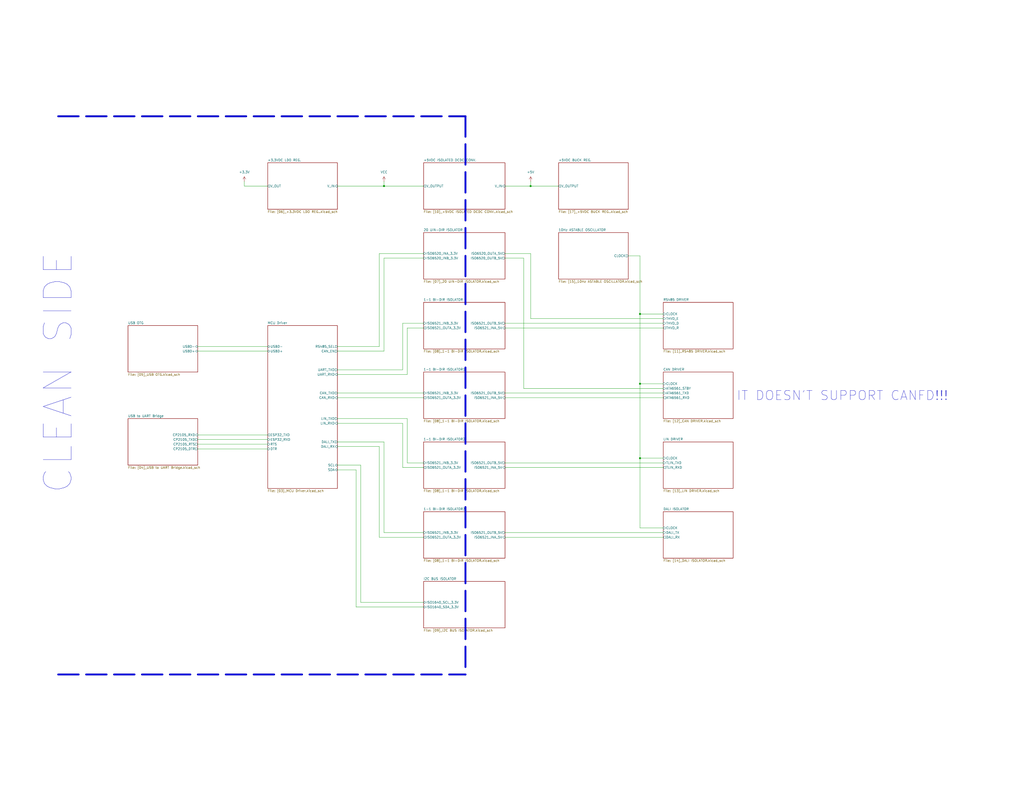
<source format=kicad_sch>
(kicad_sch (version 20231120) (generator "eeschema") (generator_version "8.0")
  (paper "C")
  (title_block (comment 2 "RELEASED"))
  (lib_symbols
    (symbol "power:+3.3V" (power) (pin_numbers hide) (pin_names (offset 0) hide)
      (property "Value" "+3.3V" (at 0 3.556 0))
      (symbol "+3.3V_0_1"
        (polyline (pts (xy -0.762 1.27) (xy 0 2.54)))
        (polyline (pts (xy 0 0) (xy 0 2.54)))
        (polyline (pts (xy 0 2.54) (xy 0.762 1.27)))
      )
      (symbol "+3.3V_1_1"
        (pin power_in line (at 0 0 90) (length 0) (name "~") (number "1"))
      )
    )
    (symbol "power:+5V" (power) (pin_numbers hide) (pin_names (offset 0) hide)
      (property "Value" "+5V" (at 0 3.556 0))
      (symbol "+5V_0_1"
        (polyline (pts (xy -0.762 1.27) (xy 0 2.54)))
        (polyline (pts (xy 0 0) (xy 0 2.54)))
        (polyline (pts (xy 0 2.54) (xy 0.762 1.27)))
      )
      (symbol "+5V_1_1"
        (pin power_in line (at 0 0 90) (length 0) (name "~") (number "1"))
      )
    )
    (symbol "power:VCC" (power) (pin_numbers hide) (pin_names (offset 0) hide)
      (property "Value" "VCC" (at 0 3.556 0))
      (symbol "VCC_0_1"
        (polyline (pts (xy -0.762 1.27) (xy 0 2.54)))
        (polyline (pts (xy 0 0) (xy 0 2.54)))
        (polyline (pts (xy 0 2.54) (xy 0.762 1.27)))
      )
      (symbol "VCC_1_1"
        (pin power_in line (at 0 0 90) (length 0) (name "~") (number "1"))
      )
    )
  )
  (junction (at 349.25 209.55))
  (junction (at 209.55 101.6))
  (junction (at 349.25 250.19))
  (junction (at 289.56 101.6))
  (junction (at 349.25 171.45))
  (wire (pts (xy 196.85 328.93) (xy 231.14 328.93)))
  (wire (pts (xy 184.15 204.47) (xy 222.25 204.47)))
  (wire (pts (xy 275.59 214.63) (xy 361.95 214.63)))
  (wire (pts (xy 289.56 99.06) (xy 289.56 101.6)))
  (wire (pts (xy 219.71 231.14) (xy 219.71 255.27)))
  (wire (pts (xy 275.59 140.97) (xy 285.75 140.97)))
  (wire (pts (xy 194.31 331.47) (xy 194.31 256.54)))
  (wire (pts (xy 209.55 99.06) (xy 209.55 101.6)))
  (wire (pts (xy 184.15 191.77) (xy 209.55 191.77)))
  (wire (pts (xy 107.95 189.23) (xy 146.05 189.23)))
  (wire (pts (xy 231.14 331.47) (xy 194.31 331.47)))
  (polyline (pts (xy 31.75 368.3) (xy 254 368.3)) (stroke (width 1.016) (type dash)))
  (wire (pts (xy 349.25 171.45) (xy 361.95 171.45)))
  (wire (pts (xy 349.25 250.19) (xy 349.25 288.29)))
  (wire (pts (xy 289.56 173.99) (xy 361.95 173.99)))
  (wire (pts (xy 275.59 293.37) (xy 361.95 293.37)))
  (wire (pts (xy 349.25 171.45) (xy 349.25 209.55)))
  (wire (pts (xy 361.95 250.19) (xy 349.25 250.19)))
  (wire (pts (xy 275.59 176.53) (xy 361.95 176.53)))
  (wire (pts (xy 361.95 288.29) (xy 349.25 288.29)))
  (wire (pts (xy 349.25 250.19) (xy 349.25 209.55)))
  (wire (pts (xy 184.15 254) (xy 196.85 254)))
  (wire (pts (xy 194.31 256.54) (xy 184.15 256.54)))
  (wire (pts (xy 289.56 138.43) (xy 289.56 173.99)))
  (polyline (pts (xy 31.75 63.5) (xy 254 63.5)) (stroke (width 1.016) (type dash)))
  (wire (pts (xy 285.75 140.97) (xy 285.75 212.09)))
  (wire (pts (xy 184.15 228.6) (xy 222.25 228.6)))
  (wire (pts (xy 349.25 209.55) (xy 361.95 209.55)))
  (wire (pts (xy 209.55 140.97) (xy 231.14 140.97)))
  (wire (pts (xy 107.95 242.57) (xy 146.05 242.57)))
  (wire (pts (xy 207.01 293.37) (xy 231.14 293.37)))
  (wire (pts (xy 107.95 245.11) (xy 146.05 245.11)))
  (wire (pts (xy 275.59 255.27) (xy 361.95 255.27)))
  (wire (pts (xy 184.15 214.63) (xy 231.14 214.63)))
  (wire (pts (xy 209.55 101.6) (xy 231.14 101.6)))
  (wire (pts (xy 275.59 138.43) (xy 289.56 138.43)))
  (wire (pts (xy 209.55 140.97) (xy 209.55 191.77)))
  (wire (pts (xy 184.15 231.14) (xy 219.71 231.14)))
  (polyline (pts (xy 254 63.5) (xy 254 368.3)) (stroke (width 1.016) (type dash)))
  (wire (pts (xy 275.59 252.73) (xy 361.95 252.73)))
  (wire (pts (xy 342.9 139.7) (xy 349.25 139.7)))
  (wire (pts (xy 222.25 179.07) (xy 231.14 179.07)))
  (wire (pts (xy 222.25 228.6) (xy 222.25 252.73)))
  (wire (pts (xy 285.75 212.09) (xy 361.95 212.09)))
  (wire (pts (xy 275.59 179.07) (xy 361.95 179.07)))
  (wire (pts (xy 219.71 201.93) (xy 219.71 176.53)))
  (wire (pts (xy 275.59 217.17) (xy 361.95 217.17)))
  (wire (pts (xy 184.15 201.93) (xy 219.71 201.93)))
  (wire (pts (xy 222.25 204.47) (xy 222.25 179.07)))
  (wire (pts (xy 209.55 290.83) (xy 209.55 241.3)))
  (wire (pts (xy 275.59 290.83) (xy 361.95 290.83)))
  (wire (pts (xy 184.15 101.6) (xy 209.55 101.6)))
  (wire (pts (xy 107.95 191.77) (xy 146.05 191.77)))
  (wire (pts (xy 275.59 101.6) (xy 289.56 101.6)))
  (wire (pts (xy 207.01 138.43) (xy 207.01 189.23)))
  (wire (pts (xy 184.15 189.23) (xy 207.01 189.23)))
  (wire (pts (xy 209.55 290.83) (xy 231.14 290.83)))
  (wire (pts (xy 219.71 255.27) (xy 231.14 255.27)))
  (wire (pts (xy 184.15 243.84) (xy 207.01 243.84)))
  (wire (pts (xy 222.25 252.73) (xy 231.14 252.73)))
  (wire (pts (xy 349.25 139.7) (xy 349.25 171.45)))
  (wire (pts (xy 231.14 138.43) (xy 207.01 138.43)))
  (wire (pts (xy 289.56 101.6) (xy 304.8 101.6)))
  (wire (pts (xy 196.85 254) (xy 196.85 328.93)))
  (wire (pts (xy 133.35 101.6) (xy 146.05 101.6)))
  (wire (pts (xy 133.35 99.06) (xy 133.35 101.6)))
  (wire (pts (xy 107.95 240.03) (xy 146.05 240.03)))
  (wire (pts (xy 184.15 217.17) (xy 231.14 217.17)))
  (wire (pts (xy 184.15 241.3) (xy 209.55 241.3)))
  (wire (pts (xy 219.71 176.53) (xy 231.14 176.53)))
  (wire (pts (xy 107.95 237.49) (xy 146.05 237.49)))
  (wire (pts (xy 207.01 243.84) (xy 207.01 293.37)))
  (text_box "1. Modbus\nType: Serial and TCP/IP\nUsage: Commonly used in industrial control systems, Modbus is known for its simplicity and reliability.\nApplications: It is widely used for communication between programmable logic controllers (PLCs), sensors, and other devices in industrial automation systems.\n2. PROFIBUS (Process Field Bus)\nType: Serial (RS-485), Fieldbus\nUsage: PROFIBUS is a standard for fieldbus communication in automation systems. It supports both discrete and continuous control.\nApplications: It is commonly used in industries such as automotive, food and beverage, and chemical processing for process automation.\n3. Ethernet/IP (Ethernet Industrial Protocol)\nType: Ethernet-based\nUsage: Ethernet/IP is an industrial network protocol based on Ethernet and TCP/IP. It is designed for high-speed data communication in industrial environments.\nApplications: It is used for applications like control, data collection, and process automation in industries such as manufacturing and robotics.\n4. OPC (OLE for Process Control)\nType: Object Linking and Embedding (OLE) standard\nUsage: OPC is a set of standards that allow data exchange between different devices and software applications in industrial automation systems.\nApplications: Commonly used for supervisory control and data acquisition (SCADA) systems, and in industries such as manufacturing, energy, and utilities.\n5. DNP3 (Distributed Network Protocol)\nType: Serial and Ethernet\nUsage: DNP3 is commonly used for SCADA systems and remote monitoring applications in utilities like power and water distribution.\nApplications: It is used in electric power, water treatment, and oil and gas industries for remote communication and control.\n6. BACnet (Building Automation and Control Network)\nType: Ethernet, MS/TP, and others\nUsage: BACnet is primarily used for building automation, such as heating, ventilation, air conditioning (HVAC), and lighting control.\nApplications: It is used in smart buildings, hotels, and large facilities where centralized control of various systems is necessary.\n7. CANopen\nType: Serial bus system\nUsage: CANopen is a protocol built on the Controller Area Network (CAN) bus and is used for embedded control systems in machinery.\nApplications: It is popular in industrial machinery, medical devices, and automotive applications.\n8. DeviceNet\nType: Ethernet and CAN bus-based\nUsage: DeviceNet is used for communication between industrial devices like sensors, actuators, and controllers.\nApplications: It is used in manufacturing environments for real-time control, diagnostics, and monitoring.\n9. CC-Link (Control & Communication Link)\nType: Ethernet, Fieldbus\nUsage: CC-Link is a high-speed, real-time industrial network protocol designed for factory automation.\nApplications: It is widely used in Asia, particularly in manufacturing and process automation.\n10. HART (Highway Addressable Remote Transducer)\nType: Analog and digital\nUsage: HART is used for communication between field devices and control systems in process automation.\nApplications: It is used in industries such as chemical, oil and gas, and pharmaceuticals for managing process control and diagnostics.\n11. Modbus TCP\nType: TCP/IP over Ethernet\nUsage: A more modern version of the original Modbus protocol, Modbus TCP is used for Ethernet-based communication in industrial environments.\nApplications: It is used for remote monitoring and control in industries like manufacturing and water treatment.\n12. EtherCAT (Ethernet for Control Automation Technology)\nType: Ethernet-based, Real-time\nUsage: EtherCAT is an Ethernet-based fieldbus protocol optimized for real-time and high-speed control systems.\nApplications: It is widely used in robotics, machine tools, and industrial automation systems where fast and synchronized control is required.\n13. IEC 61850\nType: Ethernet-based\nUsage: IEC 61850 is used for communication in power utility automation systems.\nApplications: It is used in substations, power generation, and grid management for the protection and control of electrical systems.\n14. LONWorks (Local Operating Network)\nType: Networking protocol for building automation\nUsage: LONWorks is used in building and industrial automation for integrating systems like HVAC, lighting, and security.\nApplications: It is used for smart building applications, and systems integration in areas such as energy management and infrastructure." (at 579.12 22.86 0) (size 193.04 354.33) (effects (font (size 2.54 2.54)) (justify left top)))
  (text "IT DOESN'T SUPPORT CANFD!!!" (at 459.74 216.154 0) (effects (font (size 5.08 5.08))))
  (text "CLEAN SIDE" (at 31.75 203.708 90) (effects (font (size 15.24 15.24))))
  (symbol (lib_id "power:+5V") (at 289.56 99.06 0) (unit 1)
    (property "Reference" "#PWR0203" (effects (hide yes)))
    (property "Value" "+5V" (at 289.56 93.98 0))
    (property "Description" "Power symbol creates a global label with name \"+5V\"" (effects (hide yes)))
  )
  (symbol (lib_id "power:+3.3V") (at 133.35 99.06 0) (unit 1)
    (property "Reference" "#PWR0201" (effects (hide yes)))
    (property "Value" "+3.3V" (at 133.35 93.98 0))
    (property "Description" "Power symbol creates a global label with name \"+3.3V\"" (effects (hide yes)))
  )
  (symbol (lib_id "power:VCC") (at 209.55 99.06 0) (unit 1)
    (property "Reference" "#PWR0202" (effects (hide yes)))
    (property "Value" "VCC" (at 209.55 93.98 0))
    (property "Description" "Power symbol creates a global label with name \"VCC\"" (effects (hide yes)))
  )
  (sheet (at 361.95 165.1) (size 38.1 25.4) (stroke (width 0.1524))
    (property "Sheetname" "RS485 DRIVER" (at 361.95 164.3884 0) (effects (justify left bottom)))
    (property "Sheetfile" "[11]_RS485 DRIVER.kicad_sch" (at 361.95 191.0846 0) (effects (justify left top)))
    (pin "THVD_R" output (at 361.95 179.07 180))
    (pin "THVD_E" input (at 361.95 173.99 180))
    (pin "THVD_D" input (at 361.95 176.53 180))
    (pin "CLOCK" input (at 361.95 171.45 180))
  )
  (sheet (at 69.85 177.8) (size 38.1 25.4) (stroke (width 0.1524))
    (property "Sheetname" "USB OTG" (at 69.85 177.0884 0) (effects (justify left bottom)))
    (property "Sheetfile" "[05]_USB OTG.kicad_sch" (at 69.85 203.7846 0) (effects (justify left top)))
    (pin "USBD+" bidirectional (at 107.95 191.77 0))
    (pin "USBD-" bidirectional (at 107.95 189.23 0))
  )
  (sheet (at 304.8 127) (size 38.1 25.4) (stroke (width 0.1524))
    (property "Sheetname" "10Hz ASTABLE OSCILLATOR" (at 304.8 126.2884 0) (effects (justify left bottom)))
    (property "Sheetfile" "[15]_10Hz ASTABLE OSCILLATOR.kicad_sch" (at 304.8 152.9846 0) (effects (justify left top)))
    (pin "CLOCK" output (at 342.9 139.7 0))
  )
  (sheet (at 304.8 88.9) (size 38.1 25.4) (stroke (width 0.1524))
    (property "Sheetname" "+5VDC BUCK REG." (at 304.8 88.1884 0) (effects (justify left bottom)))
    (property "Sheetfile" "[17]_+5VDC BUCK REG..kicad_sch" (at 304.8 114.8846 0) (effects (justify left top)))
    (pin "V_OUTPUT" output (at 304.8 101.6 180))
  )
  (sheet (at 231.14 88.9) (size 44.45 25.4) (stroke (width 0.1524))
    (property "Sheetname" "+5VDC ISOLATED DCDC CONV." (at 231.14 88.1884 0) (effects (justify left bottom)))
    (property "Sheetfile" "[10]_+5VDC ISOLATED DCDC CONV..kicad_sch" (at 231.14 114.8846 0) (effects (justify left top)))
    (pin "V_IN" input (at 275.59 101.6 0))
    (pin "V_OUTPUT" output (at 231.14 101.6 180))
  )
  (sheet (at 231.14 165.1) (size 44.45 25.4) (stroke (width 0.1524))
    (property "Sheetname" "1-1 BI-DIR ISOLATOR" (at 231.14 164.3884 0) (effects (justify left bottom)))
    (property "Sheetfile" "[08]_1-1 BI-DIR ISOLATOR.kicad_sch" (at 231.14 191.0846 0) (effects (justify left top)))
    (pin "ISO6521_INB_3.3V" input (at 231.14 176.53 180))
    (pin "ISO6521_INA_5V" input (at 275.59 179.07 0))
    (pin "ISO6521_OUTB_5V" output (at 275.59 176.53 0))
    (pin "ISO6521_OUTA_3.3V" output (at 231.14 179.07 180))
  )
  (sheet (at 231.14 127) (size 44.45 25.4) (stroke (width 0.1524))
    (property "Sheetname" "20 UIN-DIR ISOLATOR" (at 231.14 126.2884 0) (effects (justify left bottom)))
    (property "Sheetfile" "[07]_20 UIN-DIR ISOLATOR.kicad_sch" (at 231.14 152.9846 0) (effects (justify left top)))
    (pin "ISO6520_OUTA_5V" output (at 275.59 138.43 0))
    (pin "ISO6520_OUTB_5V" output (at 275.59 140.97 0))
    (pin "ISO6520_INA_3.3V" input (at 231.14 138.43 180))
    (pin "ISO6520_INB_3.3V" input (at 231.14 140.97 180))
  )
  (sheet (at 69.85 228.6) (size 38.1 25.4) (stroke (width 0.1524))
    (property "Sheetname" "USB to UART Bridge" (at 69.85 227.8884 0) (effects (justify left bottom)))
    (property "Sheetfile" "[04]_USB to UART Bridge.kicad_sch" (at 69.85 254.5846 0) (effects (justify left top)))
    (pin "CP2105_TXD" output (at 107.95 240.03 0))
    (pin "CP2105_RXD" input (at 107.95 237.49 0))
    (pin "CP2105_DTR" output (at 107.95 245.11 0))
    (pin "CP2105_RTS" output (at 107.95 242.57 0))
  )
  (sheet (at 231.14 203.2) (size 44.45 25.4) (stroke (width 0.1524))
    (property "Sheetname" "1-1 BI-DIR ISOLATOR1" (at 231.14 202.4884 0) (effects (justify left bottom)))
    (property "Sheetfile" "[08]_1-1 BI-DIR ISOLATOR.kicad_sch" (at 231.14 229.1846 0) (effects (justify left top)))
    (pin "ISO6521_INB_3.3V" input (at 231.14 214.63 180))
    (pin "ISO6521_INA_5V" input (at 275.59 217.17 0))
    (pin "ISO6521_OUTB_5V" output (at 275.59 214.63 0))
    (pin "ISO6521_OUTA_3.3V" output (at 231.14 217.17 180))
  )
  (sheet (at 146.05 88.9) (size 38.1 25.4) (stroke (width 0.1524))
    (property "Sheetname" "+3.3VDC LDO REG." (at 146.05 88.1884 0) (effects (justify left bottom)))
    (property "Sheetfile" "[06]_+3.3VDC LDO REG..kicad_sch" (at 146.05 114.8846 0) (effects (justify left top)))
    (pin "V_OUT" output (at 146.05 101.6 180))
    (pin "V_IN" input (at 184.15 101.6 0))
  )
  (sheet (at 361.95 241.3) (size 38.1 25.4) (stroke (width 0.1524))
    (property "Sheetname" "LIN DRIVER" (at 361.95 240.5884 0) (effects (justify left bottom)))
    (property "Sheetfile" "[13]_LIN DRIVER.kicad_sch" (at 361.95 267.2846 0) (effects (justify left top)))
    (pin "TLIN_RXD" output (at 361.95 255.27 180))
    (pin "TLIN_TXD" input (at 361.95 252.73 180))
    (pin "CLOCK" input (at 361.95 250.19 180))
  )
  (sheet (at 361.95 279.4) (size 38.1 25.4) (stroke (width 0.1524))
    (property "Sheetname" "DALI ISOLATOR" (at 361.95 278.6884 0) (effects (justify left bottom)))
    (property "Sheetfile" "[14]_DALI ISOLATOR.kicad_sch" (at 361.95 305.3846 0) (effects (justify left top)))
    (pin "DALI_RX" output (at 361.95 293.37 180))
    (pin "DALI_TX" input (at 361.95 290.83 180))
    (pin "CLOCK" input (at 361.95 288.29 180))
  )
  (sheet (at 231.14 241.3) (size 44.45 25.4) (stroke (width 0.1524))
    (property "Sheetname" "1-1 BI-DIR ISOLATOR2" (at 231.14 240.5884 0) (effects (justify left bottom)))
    (property "Sheetfile" "[08]_1-1 BI-DIR ISOLATOR.kicad_sch" (at 231.14 267.2846 0) (effects (justify left top)))
    (pin "ISO6521_INB_3.3V" input (at 231.14 252.73 180))
    (pin "ISO6521_INA_5V" input (at 275.59 255.27 0))
    (pin "ISO6521_OUTB_5V" output (at 275.59 252.73 0))
    (pin "ISO6521_OUTA_3.3V" output (at 231.14 255.27 180))
  )
  (sheet (at 146.05 177.8) (size 38.1 88.9) (stroke (width 0.1524))
    (property "Sheetname" "MCU Driver" (at 146.05 177.0884 0) (effects (justify left bottom)))
    (property "Sheetfile" "[03]_MCU Driver.kicad_sch" (at 146.05 267.2846 0) (effects (justify left top)))
    (pin "ESP32_TXD" output (at 146.05 237.49 180))
    (pin "ESP32_RXD" input (at 146.05 240.03 180))
    (pin "CAN_TXD" output (at 184.15 214.63 0))
    (pin "CAN_EN" output (at 184.15 191.77 0))
    (pin "UART_TXD" output (at 184.15 201.93 0))
    (pin "UART_RXD" input (at 184.15 204.47 0))
    (pin "CAN_RXD" input (at 184.15 217.17 0))
    (pin "SCL" bidirectional (at 184.15 254 0))
    (pin "SDA" bidirectional (at 184.15 256.54 0))
    (pin "RS485_SEL" output (at 184.15 189.23 0))
    (pin "DTR" input (at 146.05 245.11 180))
    (pin "USBD-" bidirectional (at 146.05 189.23 180))
    (pin "USBD+" bidirectional (at 146.05 191.77 180))
    (pin "DALI_TX" output (at 184.15 241.3 0))
    (pin "DALI_RX" input (at 184.15 243.84 0))
    (pin "LIN_TXD" output (at 184.15 228.6 0))
    (pin "LIN_RXD" input (at 184.15 231.14 0))
    (pin "RTS" input (at 146.05 242.57 180))
  )
  (sheet (at 231.14 279.4) (size 44.45 25.4) (stroke (width 0.1524))
    (property "Sheetname" "1-1 BI-DIR ISOLATOR3" (at 231.14 278.6884 0) (effects (justify left bottom)))
    (property "Sheetfile" "[08]_1-1 BI-DIR ISOLATOR.kicad_sch" (at 231.14 305.3846 0) (effects (justify left top)))
    (pin "ISO6521_INB_3.3V" input (at 231.14 290.83 180))
    (pin "ISO6521_INA_5V" input (at 275.59 293.37 0))
    (pin "ISO6521_OUTB_5V" output (at 275.59 290.83 0))
    (pin "ISO6521_OUTA_3.3V" output (at 231.14 293.37 180))
  )
  (sheet (at 231.14 317.5) (size 44.45 25.4) (stroke (width 0.1524))
    (property "Sheetname" "I2C BUS ISOLATOR" (at 231.14 316.7884 0) (effects (justify left bottom)))
    (property "Sheetfile" "[09]_I2C BUS ISOLATOR.kicad_sch" (at 231.14 343.4846 0) (effects (justify left top)))
    (pin "ISO1640_SDA_3.3V" bidirectional (at 231.14 331.47 180))
    (pin "ISO1640_SCL_3.3V" bidirectional (at 231.14 328.93 180))
  )
  (sheet (at 361.95 203.2) (size 38.1 25.4) (stroke (width 0.1524))
    (property "Sheetname" "CAN DRIVER" (at 361.95 202.4884 0) (effects (justify left bottom)))
    (property "Sheetfile" "[12]_CAN DRIVER.kicad_sch" (at 361.95 229.1846 0) (effects (justify left top)))
    (pin "ATA6561_STBY" input (at 361.95 212.09 180))
    (pin "ATA6561_RXD" output (at 361.95 217.17 180))
    (pin "ATA6561_TXD" input (at 361.95 214.63 180))
    (pin "CLOCK" input (at 361.95 209.55 180))
  )
)
</source>
